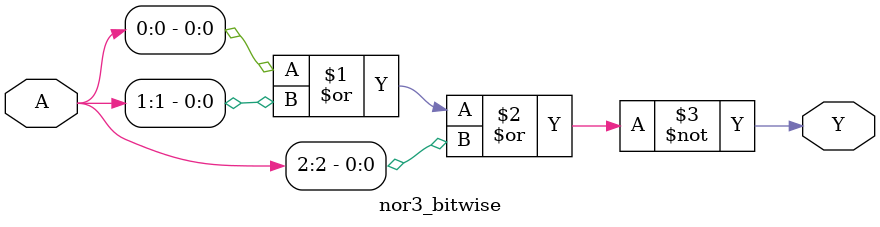
<source format=sv>
module nor3_bitwise (
    input wire [2:0] A,  // 3 位输入
    output wire Y
);
    assign Y = ~(A[0] | A[1] | A[2]);  // 使用按位操作
endmodule

</source>
